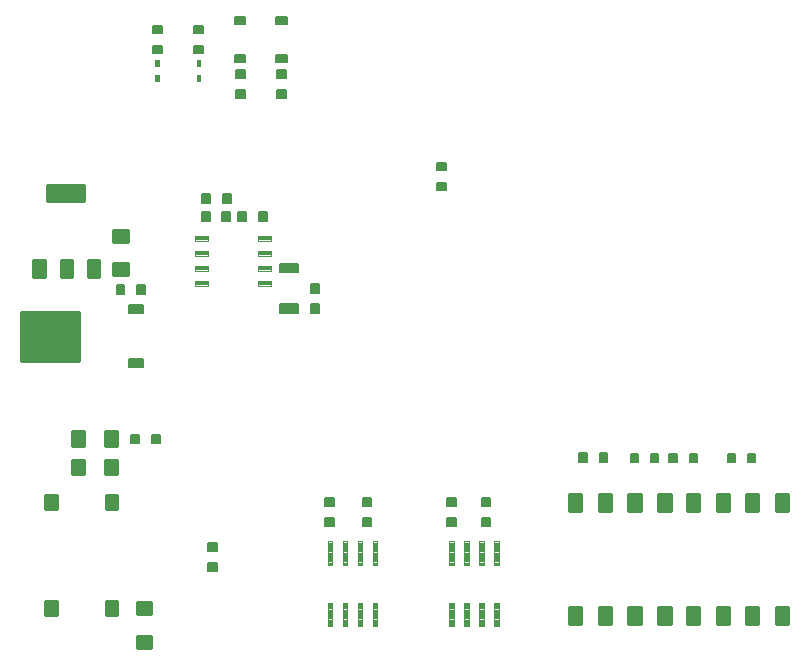
<source format=gtp>
G75*
%MOIN*%
%OFA0B0*%
%FSLAX24Y24*%
%IPPOS*%
%LPD*%
%AMOC8*
5,1,8,0,0,1.08239X$1,22.5*
%
%ADD10C,0.0066*%
%ADD11C,0.0038*%
%ADD12C,0.0069*%
%ADD13C,0.0063*%
%ADD14C,0.0155*%
%ADD15C,0.0101*%
%ADD16C,0.0094*%
%ADD17C,0.0126*%
%ADD18C,0.0057*%
%ADD19C,0.0031*%
D10*
X004987Y010262D02*
X005251Y010262D01*
X004987Y010262D02*
X004987Y010538D01*
X005251Y010538D01*
X005251Y010262D01*
X005251Y010327D02*
X004987Y010327D01*
X004987Y010392D02*
X005251Y010392D01*
X005251Y010457D02*
X004987Y010457D01*
X004987Y010522D02*
X005251Y010522D01*
X005676Y010262D02*
X005940Y010262D01*
X005676Y010262D02*
X005676Y010538D01*
X005940Y010538D01*
X005940Y010262D01*
X005940Y010327D02*
X005676Y010327D01*
X005676Y010392D02*
X005940Y010392D01*
X005940Y010457D02*
X005676Y010457D01*
X005676Y010522D02*
X005940Y010522D01*
X005448Y015233D02*
X005184Y015233D01*
X005184Y015509D01*
X005448Y015509D01*
X005448Y015233D01*
X005448Y015298D02*
X005184Y015298D01*
X005184Y015363D02*
X005448Y015363D01*
X005448Y015428D02*
X005184Y015428D01*
X005184Y015493D02*
X005448Y015493D01*
X004759Y015233D02*
X004495Y015233D01*
X004495Y015509D01*
X004759Y015509D01*
X004759Y015233D01*
X004759Y015298D02*
X004495Y015298D01*
X004495Y015363D02*
X004759Y015363D01*
X004759Y015428D02*
X004495Y015428D01*
X004495Y015493D02*
X004759Y015493D01*
X007343Y018266D02*
X007607Y018266D01*
X007343Y018266D02*
X007343Y018542D01*
X007607Y018542D01*
X007607Y018266D01*
X007607Y018331D02*
X007343Y018331D01*
X007343Y018396D02*
X007607Y018396D01*
X007607Y018461D02*
X007343Y018461D01*
X007343Y018526D02*
X007607Y018526D01*
X008032Y018266D02*
X008296Y018266D01*
X008032Y018266D02*
X008032Y018542D01*
X008296Y018542D01*
X008296Y018266D01*
X008296Y018331D02*
X008032Y018331D01*
X008032Y018396D02*
X008296Y018396D01*
X008296Y018461D02*
X008032Y018461D01*
X008032Y018526D02*
X008296Y018526D01*
X008544Y017672D02*
X008808Y017672D01*
X008544Y017672D02*
X008544Y017948D01*
X008808Y017948D01*
X008808Y017672D01*
X008808Y017737D02*
X008544Y017737D01*
X008544Y017802D02*
X008808Y017802D01*
X008808Y017867D02*
X008544Y017867D01*
X008544Y017932D02*
X008808Y017932D01*
X009233Y017672D02*
X009497Y017672D01*
X009233Y017672D02*
X009233Y017948D01*
X009497Y017948D01*
X009497Y017672D01*
X009497Y017737D02*
X009233Y017737D01*
X009233Y017802D02*
X009497Y017802D01*
X009497Y017867D02*
X009233Y017867D01*
X009233Y017932D02*
X009497Y017932D01*
D11*
X009631Y017154D02*
X009631Y017004D01*
X009205Y017004D01*
X009205Y017154D01*
X009631Y017154D01*
X009631Y017041D02*
X009205Y017041D01*
X009205Y017078D02*
X009631Y017078D01*
X009631Y017115D02*
X009205Y017115D01*
X009205Y017152D02*
X009631Y017152D01*
X009631Y016654D02*
X009631Y016504D01*
X009205Y016504D01*
X009205Y016654D01*
X009631Y016654D01*
X009631Y016541D02*
X009205Y016541D01*
X009205Y016578D02*
X009631Y016578D01*
X009631Y016615D02*
X009205Y016615D01*
X009205Y016652D02*
X009631Y016652D01*
X009631Y016154D02*
X009631Y016004D01*
X009205Y016004D01*
X009205Y016154D01*
X009631Y016154D01*
X009631Y016041D02*
X009205Y016041D01*
X009205Y016078D02*
X009631Y016078D01*
X009631Y016115D02*
X009205Y016115D01*
X009205Y016152D02*
X009631Y016152D01*
X009631Y015654D02*
X009631Y015504D01*
X009205Y015504D01*
X009205Y015654D01*
X009631Y015654D01*
X009631Y015541D02*
X009205Y015541D01*
X009205Y015578D02*
X009631Y015578D01*
X009631Y015615D02*
X009205Y015615D01*
X009205Y015652D02*
X009631Y015652D01*
X007544Y015654D02*
X007544Y015504D01*
X007118Y015504D01*
X007118Y015654D01*
X007544Y015654D01*
X007544Y015541D02*
X007118Y015541D01*
X007118Y015578D02*
X007544Y015578D01*
X007544Y015615D02*
X007118Y015615D01*
X007118Y015652D02*
X007544Y015652D01*
X007544Y016004D02*
X007544Y016154D01*
X007544Y016004D02*
X007118Y016004D01*
X007118Y016154D01*
X007544Y016154D01*
X007544Y016041D02*
X007118Y016041D01*
X007118Y016078D02*
X007544Y016078D01*
X007544Y016115D02*
X007118Y016115D01*
X007118Y016152D02*
X007544Y016152D01*
X007544Y016504D02*
X007544Y016654D01*
X007544Y016504D02*
X007118Y016504D01*
X007118Y016654D01*
X007544Y016654D01*
X007544Y016541D02*
X007118Y016541D01*
X007118Y016578D02*
X007544Y016578D01*
X007544Y016615D02*
X007118Y016615D01*
X007118Y016652D02*
X007544Y016652D01*
X007544Y017004D02*
X007544Y017154D01*
X007544Y017004D02*
X007118Y017004D01*
X007118Y017154D01*
X007544Y017154D01*
X007544Y017041D02*
X007118Y017041D01*
X007118Y017078D02*
X007544Y017078D01*
X007544Y017115D02*
X007118Y017115D01*
X007118Y017152D02*
X007544Y017152D01*
X011535Y006978D02*
X011685Y006978D01*
X011685Y006198D01*
X011535Y006198D01*
X011535Y006978D01*
X011535Y006235D02*
X011685Y006235D01*
X011685Y006272D02*
X011535Y006272D01*
X011535Y006309D02*
X011685Y006309D01*
X011685Y006346D02*
X011535Y006346D01*
X011535Y006383D02*
X011685Y006383D01*
X011685Y006420D02*
X011535Y006420D01*
X011535Y006457D02*
X011685Y006457D01*
X011685Y006494D02*
X011535Y006494D01*
X011535Y006531D02*
X011685Y006531D01*
X011685Y006568D02*
X011535Y006568D01*
X011535Y006605D02*
X011685Y006605D01*
X011685Y006642D02*
X011535Y006642D01*
X011535Y006679D02*
X011685Y006679D01*
X011685Y006716D02*
X011535Y006716D01*
X011535Y006753D02*
X011685Y006753D01*
X011685Y006790D02*
X011535Y006790D01*
X011535Y006827D02*
X011685Y006827D01*
X011685Y006864D02*
X011535Y006864D01*
X011535Y006901D02*
X011685Y006901D01*
X011685Y006938D02*
X011535Y006938D01*
X011535Y006975D02*
X011685Y006975D01*
X012035Y006978D02*
X012185Y006978D01*
X012185Y006198D01*
X012035Y006198D01*
X012035Y006978D01*
X012035Y006235D02*
X012185Y006235D01*
X012185Y006272D02*
X012035Y006272D01*
X012035Y006309D02*
X012185Y006309D01*
X012185Y006346D02*
X012035Y006346D01*
X012035Y006383D02*
X012185Y006383D01*
X012185Y006420D02*
X012035Y006420D01*
X012035Y006457D02*
X012185Y006457D01*
X012185Y006494D02*
X012035Y006494D01*
X012035Y006531D02*
X012185Y006531D01*
X012185Y006568D02*
X012035Y006568D01*
X012035Y006605D02*
X012185Y006605D01*
X012185Y006642D02*
X012035Y006642D01*
X012035Y006679D02*
X012185Y006679D01*
X012185Y006716D02*
X012035Y006716D01*
X012035Y006753D02*
X012185Y006753D01*
X012185Y006790D02*
X012035Y006790D01*
X012035Y006827D02*
X012185Y006827D01*
X012185Y006864D02*
X012035Y006864D01*
X012035Y006901D02*
X012185Y006901D01*
X012185Y006938D02*
X012035Y006938D01*
X012035Y006975D02*
X012185Y006975D01*
X012535Y006978D02*
X012685Y006978D01*
X012685Y006198D01*
X012535Y006198D01*
X012535Y006978D01*
X012535Y006235D02*
X012685Y006235D01*
X012685Y006272D02*
X012535Y006272D01*
X012535Y006309D02*
X012685Y006309D01*
X012685Y006346D02*
X012535Y006346D01*
X012535Y006383D02*
X012685Y006383D01*
X012685Y006420D02*
X012535Y006420D01*
X012535Y006457D02*
X012685Y006457D01*
X012685Y006494D02*
X012535Y006494D01*
X012535Y006531D02*
X012685Y006531D01*
X012685Y006568D02*
X012535Y006568D01*
X012535Y006605D02*
X012685Y006605D01*
X012685Y006642D02*
X012535Y006642D01*
X012535Y006679D02*
X012685Y006679D01*
X012685Y006716D02*
X012535Y006716D01*
X012535Y006753D02*
X012685Y006753D01*
X012685Y006790D02*
X012535Y006790D01*
X012535Y006827D02*
X012685Y006827D01*
X012685Y006864D02*
X012535Y006864D01*
X012535Y006901D02*
X012685Y006901D01*
X012685Y006938D02*
X012535Y006938D01*
X012535Y006975D02*
X012685Y006975D01*
X013035Y006978D02*
X013185Y006978D01*
X013185Y006198D01*
X013035Y006198D01*
X013035Y006978D01*
X013035Y006235D02*
X013185Y006235D01*
X013185Y006272D02*
X013035Y006272D01*
X013035Y006309D02*
X013185Y006309D01*
X013185Y006346D02*
X013035Y006346D01*
X013035Y006383D02*
X013185Y006383D01*
X013185Y006420D02*
X013035Y006420D01*
X013035Y006457D02*
X013185Y006457D01*
X013185Y006494D02*
X013035Y006494D01*
X013035Y006531D02*
X013185Y006531D01*
X013185Y006568D02*
X013035Y006568D01*
X013035Y006605D02*
X013185Y006605D01*
X013185Y006642D02*
X013035Y006642D01*
X013035Y006679D02*
X013185Y006679D01*
X013185Y006716D02*
X013035Y006716D01*
X013035Y006753D02*
X013185Y006753D01*
X013185Y006790D02*
X013035Y006790D01*
X013035Y006827D02*
X013185Y006827D01*
X013185Y006864D02*
X013035Y006864D01*
X013035Y006901D02*
X013185Y006901D01*
X013185Y006938D02*
X013035Y006938D01*
X013035Y006975D02*
X013185Y006975D01*
X013185Y004931D02*
X013035Y004931D01*
X013185Y004931D02*
X013185Y004151D01*
X013035Y004151D01*
X013035Y004931D01*
X013035Y004188D02*
X013185Y004188D01*
X013185Y004225D02*
X013035Y004225D01*
X013035Y004262D02*
X013185Y004262D01*
X013185Y004299D02*
X013035Y004299D01*
X013035Y004336D02*
X013185Y004336D01*
X013185Y004373D02*
X013035Y004373D01*
X013035Y004410D02*
X013185Y004410D01*
X013185Y004447D02*
X013035Y004447D01*
X013035Y004484D02*
X013185Y004484D01*
X013185Y004521D02*
X013035Y004521D01*
X013035Y004558D02*
X013185Y004558D01*
X013185Y004595D02*
X013035Y004595D01*
X013035Y004632D02*
X013185Y004632D01*
X013185Y004669D02*
X013035Y004669D01*
X013035Y004706D02*
X013185Y004706D01*
X013185Y004743D02*
X013035Y004743D01*
X013035Y004780D02*
X013185Y004780D01*
X013185Y004817D02*
X013035Y004817D01*
X013035Y004854D02*
X013185Y004854D01*
X013185Y004891D02*
X013035Y004891D01*
X013035Y004928D02*
X013185Y004928D01*
X012685Y004931D02*
X012535Y004931D01*
X012685Y004931D02*
X012685Y004151D01*
X012535Y004151D01*
X012535Y004931D01*
X012535Y004188D02*
X012685Y004188D01*
X012685Y004225D02*
X012535Y004225D01*
X012535Y004262D02*
X012685Y004262D01*
X012685Y004299D02*
X012535Y004299D01*
X012535Y004336D02*
X012685Y004336D01*
X012685Y004373D02*
X012535Y004373D01*
X012535Y004410D02*
X012685Y004410D01*
X012685Y004447D02*
X012535Y004447D01*
X012535Y004484D02*
X012685Y004484D01*
X012685Y004521D02*
X012535Y004521D01*
X012535Y004558D02*
X012685Y004558D01*
X012685Y004595D02*
X012535Y004595D01*
X012535Y004632D02*
X012685Y004632D01*
X012685Y004669D02*
X012535Y004669D01*
X012535Y004706D02*
X012685Y004706D01*
X012685Y004743D02*
X012535Y004743D01*
X012535Y004780D02*
X012685Y004780D01*
X012685Y004817D02*
X012535Y004817D01*
X012535Y004854D02*
X012685Y004854D01*
X012685Y004891D02*
X012535Y004891D01*
X012535Y004928D02*
X012685Y004928D01*
X012185Y004931D02*
X012035Y004931D01*
X012185Y004931D02*
X012185Y004151D01*
X012035Y004151D01*
X012035Y004931D01*
X012035Y004188D02*
X012185Y004188D01*
X012185Y004225D02*
X012035Y004225D01*
X012035Y004262D02*
X012185Y004262D01*
X012185Y004299D02*
X012035Y004299D01*
X012035Y004336D02*
X012185Y004336D01*
X012185Y004373D02*
X012035Y004373D01*
X012035Y004410D02*
X012185Y004410D01*
X012185Y004447D02*
X012035Y004447D01*
X012035Y004484D02*
X012185Y004484D01*
X012185Y004521D02*
X012035Y004521D01*
X012035Y004558D02*
X012185Y004558D01*
X012185Y004595D02*
X012035Y004595D01*
X012035Y004632D02*
X012185Y004632D01*
X012185Y004669D02*
X012035Y004669D01*
X012035Y004706D02*
X012185Y004706D01*
X012185Y004743D02*
X012035Y004743D01*
X012035Y004780D02*
X012185Y004780D01*
X012185Y004817D02*
X012035Y004817D01*
X012035Y004854D02*
X012185Y004854D01*
X012185Y004891D02*
X012035Y004891D01*
X012035Y004928D02*
X012185Y004928D01*
X011685Y004931D02*
X011535Y004931D01*
X011685Y004931D02*
X011685Y004151D01*
X011535Y004151D01*
X011535Y004931D01*
X011535Y004188D02*
X011685Y004188D01*
X011685Y004225D02*
X011535Y004225D01*
X011535Y004262D02*
X011685Y004262D01*
X011685Y004299D02*
X011535Y004299D01*
X011535Y004336D02*
X011685Y004336D01*
X011685Y004373D02*
X011535Y004373D01*
X011535Y004410D02*
X011685Y004410D01*
X011685Y004447D02*
X011535Y004447D01*
X011535Y004484D02*
X011685Y004484D01*
X011685Y004521D02*
X011535Y004521D01*
X011535Y004558D02*
X011685Y004558D01*
X011685Y004595D02*
X011535Y004595D01*
X011535Y004632D02*
X011685Y004632D01*
X011685Y004669D02*
X011535Y004669D01*
X011535Y004706D02*
X011685Y004706D01*
X011685Y004743D02*
X011535Y004743D01*
X011535Y004780D02*
X011685Y004780D01*
X011685Y004817D02*
X011535Y004817D01*
X011535Y004854D02*
X011685Y004854D01*
X011685Y004891D02*
X011535Y004891D01*
X011535Y004928D02*
X011685Y004928D01*
X015579Y004931D02*
X015729Y004931D01*
X015729Y004151D01*
X015579Y004151D01*
X015579Y004931D01*
X015579Y004188D02*
X015729Y004188D01*
X015729Y004225D02*
X015579Y004225D01*
X015579Y004262D02*
X015729Y004262D01*
X015729Y004299D02*
X015579Y004299D01*
X015579Y004336D02*
X015729Y004336D01*
X015729Y004373D02*
X015579Y004373D01*
X015579Y004410D02*
X015729Y004410D01*
X015729Y004447D02*
X015579Y004447D01*
X015579Y004484D02*
X015729Y004484D01*
X015729Y004521D02*
X015579Y004521D01*
X015579Y004558D02*
X015729Y004558D01*
X015729Y004595D02*
X015579Y004595D01*
X015579Y004632D02*
X015729Y004632D01*
X015729Y004669D02*
X015579Y004669D01*
X015579Y004706D02*
X015729Y004706D01*
X015729Y004743D02*
X015579Y004743D01*
X015579Y004780D02*
X015729Y004780D01*
X015729Y004817D02*
X015579Y004817D01*
X015579Y004854D02*
X015729Y004854D01*
X015729Y004891D02*
X015579Y004891D01*
X015579Y004928D02*
X015729Y004928D01*
X016079Y004931D02*
X016229Y004931D01*
X016229Y004151D01*
X016079Y004151D01*
X016079Y004931D01*
X016079Y004188D02*
X016229Y004188D01*
X016229Y004225D02*
X016079Y004225D01*
X016079Y004262D02*
X016229Y004262D01*
X016229Y004299D02*
X016079Y004299D01*
X016079Y004336D02*
X016229Y004336D01*
X016229Y004373D02*
X016079Y004373D01*
X016079Y004410D02*
X016229Y004410D01*
X016229Y004447D02*
X016079Y004447D01*
X016079Y004484D02*
X016229Y004484D01*
X016229Y004521D02*
X016079Y004521D01*
X016079Y004558D02*
X016229Y004558D01*
X016229Y004595D02*
X016079Y004595D01*
X016079Y004632D02*
X016229Y004632D01*
X016229Y004669D02*
X016079Y004669D01*
X016079Y004706D02*
X016229Y004706D01*
X016229Y004743D02*
X016079Y004743D01*
X016079Y004780D02*
X016229Y004780D01*
X016229Y004817D02*
X016079Y004817D01*
X016079Y004854D02*
X016229Y004854D01*
X016229Y004891D02*
X016079Y004891D01*
X016079Y004928D02*
X016229Y004928D01*
X016579Y004931D02*
X016729Y004931D01*
X016729Y004151D01*
X016579Y004151D01*
X016579Y004931D01*
X016579Y004188D02*
X016729Y004188D01*
X016729Y004225D02*
X016579Y004225D01*
X016579Y004262D02*
X016729Y004262D01*
X016729Y004299D02*
X016579Y004299D01*
X016579Y004336D02*
X016729Y004336D01*
X016729Y004373D02*
X016579Y004373D01*
X016579Y004410D02*
X016729Y004410D01*
X016729Y004447D02*
X016579Y004447D01*
X016579Y004484D02*
X016729Y004484D01*
X016729Y004521D02*
X016579Y004521D01*
X016579Y004558D02*
X016729Y004558D01*
X016729Y004595D02*
X016579Y004595D01*
X016579Y004632D02*
X016729Y004632D01*
X016729Y004669D02*
X016579Y004669D01*
X016579Y004706D02*
X016729Y004706D01*
X016729Y004743D02*
X016579Y004743D01*
X016579Y004780D02*
X016729Y004780D01*
X016729Y004817D02*
X016579Y004817D01*
X016579Y004854D02*
X016729Y004854D01*
X016729Y004891D02*
X016579Y004891D01*
X016579Y004928D02*
X016729Y004928D01*
X017079Y004931D02*
X017229Y004931D01*
X017229Y004151D01*
X017079Y004151D01*
X017079Y004931D01*
X017079Y004188D02*
X017229Y004188D01*
X017229Y004225D02*
X017079Y004225D01*
X017079Y004262D02*
X017229Y004262D01*
X017229Y004299D02*
X017079Y004299D01*
X017079Y004336D02*
X017229Y004336D01*
X017229Y004373D02*
X017079Y004373D01*
X017079Y004410D02*
X017229Y004410D01*
X017229Y004447D02*
X017079Y004447D01*
X017079Y004484D02*
X017229Y004484D01*
X017229Y004521D02*
X017079Y004521D01*
X017079Y004558D02*
X017229Y004558D01*
X017229Y004595D02*
X017079Y004595D01*
X017079Y004632D02*
X017229Y004632D01*
X017229Y004669D02*
X017079Y004669D01*
X017079Y004706D02*
X017229Y004706D01*
X017229Y004743D02*
X017079Y004743D01*
X017079Y004780D02*
X017229Y004780D01*
X017229Y004817D02*
X017079Y004817D01*
X017079Y004854D02*
X017229Y004854D01*
X017229Y004891D02*
X017079Y004891D01*
X017079Y004928D02*
X017229Y004928D01*
X017229Y006978D02*
X017079Y006978D01*
X017229Y006978D02*
X017229Y006198D01*
X017079Y006198D01*
X017079Y006978D01*
X017079Y006235D02*
X017229Y006235D01*
X017229Y006272D02*
X017079Y006272D01*
X017079Y006309D02*
X017229Y006309D01*
X017229Y006346D02*
X017079Y006346D01*
X017079Y006383D02*
X017229Y006383D01*
X017229Y006420D02*
X017079Y006420D01*
X017079Y006457D02*
X017229Y006457D01*
X017229Y006494D02*
X017079Y006494D01*
X017079Y006531D02*
X017229Y006531D01*
X017229Y006568D02*
X017079Y006568D01*
X017079Y006605D02*
X017229Y006605D01*
X017229Y006642D02*
X017079Y006642D01*
X017079Y006679D02*
X017229Y006679D01*
X017229Y006716D02*
X017079Y006716D01*
X017079Y006753D02*
X017229Y006753D01*
X017229Y006790D02*
X017079Y006790D01*
X017079Y006827D02*
X017229Y006827D01*
X017229Y006864D02*
X017079Y006864D01*
X017079Y006901D02*
X017229Y006901D01*
X017229Y006938D02*
X017079Y006938D01*
X017079Y006975D02*
X017229Y006975D01*
X016729Y006978D02*
X016579Y006978D01*
X016729Y006978D02*
X016729Y006198D01*
X016579Y006198D01*
X016579Y006978D01*
X016579Y006235D02*
X016729Y006235D01*
X016729Y006272D02*
X016579Y006272D01*
X016579Y006309D02*
X016729Y006309D01*
X016729Y006346D02*
X016579Y006346D01*
X016579Y006383D02*
X016729Y006383D01*
X016729Y006420D02*
X016579Y006420D01*
X016579Y006457D02*
X016729Y006457D01*
X016729Y006494D02*
X016579Y006494D01*
X016579Y006531D02*
X016729Y006531D01*
X016729Y006568D02*
X016579Y006568D01*
X016579Y006605D02*
X016729Y006605D01*
X016729Y006642D02*
X016579Y006642D01*
X016579Y006679D02*
X016729Y006679D01*
X016729Y006716D02*
X016579Y006716D01*
X016579Y006753D02*
X016729Y006753D01*
X016729Y006790D02*
X016579Y006790D01*
X016579Y006827D02*
X016729Y006827D01*
X016729Y006864D02*
X016579Y006864D01*
X016579Y006901D02*
X016729Y006901D01*
X016729Y006938D02*
X016579Y006938D01*
X016579Y006975D02*
X016729Y006975D01*
X016229Y006978D02*
X016079Y006978D01*
X016229Y006978D02*
X016229Y006198D01*
X016079Y006198D01*
X016079Y006978D01*
X016079Y006235D02*
X016229Y006235D01*
X016229Y006272D02*
X016079Y006272D01*
X016079Y006309D02*
X016229Y006309D01*
X016229Y006346D02*
X016079Y006346D01*
X016079Y006383D02*
X016229Y006383D01*
X016229Y006420D02*
X016079Y006420D01*
X016079Y006457D02*
X016229Y006457D01*
X016229Y006494D02*
X016079Y006494D01*
X016079Y006531D02*
X016229Y006531D01*
X016229Y006568D02*
X016079Y006568D01*
X016079Y006605D02*
X016229Y006605D01*
X016229Y006642D02*
X016079Y006642D01*
X016079Y006679D02*
X016229Y006679D01*
X016229Y006716D02*
X016079Y006716D01*
X016079Y006753D02*
X016229Y006753D01*
X016229Y006790D02*
X016079Y006790D01*
X016079Y006827D02*
X016229Y006827D01*
X016229Y006864D02*
X016079Y006864D01*
X016079Y006901D02*
X016229Y006901D01*
X016229Y006938D02*
X016079Y006938D01*
X016079Y006975D02*
X016229Y006975D01*
X015729Y006978D02*
X015579Y006978D01*
X015729Y006978D02*
X015729Y006198D01*
X015579Y006198D01*
X015579Y006978D01*
X015579Y006235D02*
X015729Y006235D01*
X015729Y006272D02*
X015579Y006272D01*
X015579Y006309D02*
X015729Y006309D01*
X015729Y006346D02*
X015579Y006346D01*
X015579Y006383D02*
X015729Y006383D01*
X015729Y006420D02*
X015579Y006420D01*
X015579Y006457D02*
X015729Y006457D01*
X015729Y006494D02*
X015579Y006494D01*
X015579Y006531D02*
X015729Y006531D01*
X015729Y006568D02*
X015579Y006568D01*
X015579Y006605D02*
X015729Y006605D01*
X015729Y006642D02*
X015579Y006642D01*
X015579Y006679D02*
X015729Y006679D01*
X015729Y006716D02*
X015579Y006716D01*
X015579Y006753D02*
X015729Y006753D01*
X015729Y006790D02*
X015579Y006790D01*
X015579Y006827D02*
X015729Y006827D01*
X015729Y006864D02*
X015579Y006864D01*
X015579Y006901D02*
X015729Y006901D01*
X015729Y006938D02*
X015579Y006938D01*
X015579Y006975D02*
X015729Y006975D01*
D12*
X009948Y014602D02*
X009948Y014880D01*
X010540Y014880D01*
X010540Y014602D01*
X009948Y014602D01*
X009948Y014670D02*
X010540Y014670D01*
X010540Y014738D02*
X009948Y014738D01*
X009948Y014806D02*
X010540Y014806D01*
X010540Y014874D02*
X009948Y014874D01*
X009947Y015941D02*
X009947Y016219D01*
X010539Y016219D01*
X010539Y015941D01*
X009947Y015941D01*
X009947Y016009D02*
X010539Y016009D01*
X010539Y016077D02*
X009947Y016077D01*
X009947Y016145D02*
X010539Y016145D01*
X010539Y016213D02*
X009947Y016213D01*
D13*
X011236Y015557D02*
X011236Y015265D01*
X010984Y015265D01*
X010984Y015557D01*
X011236Y015557D01*
X011236Y015327D02*
X010984Y015327D01*
X010984Y015389D02*
X011236Y015389D01*
X011236Y015451D02*
X010984Y015451D01*
X010984Y015513D02*
X011236Y015513D01*
X011236Y014888D02*
X011236Y014596D01*
X010984Y014596D01*
X010984Y014888D01*
X011236Y014888D01*
X011236Y014658D02*
X010984Y014658D01*
X010984Y014720D02*
X011236Y014720D01*
X011236Y014782D02*
X010984Y014782D01*
X010984Y014844D02*
X011236Y014844D01*
X008280Y017956D02*
X008028Y017956D01*
X008280Y017956D02*
X008280Y017664D01*
X008028Y017664D01*
X008028Y017956D01*
X008028Y017726D02*
X008280Y017726D01*
X008280Y017788D02*
X008028Y017788D01*
X008028Y017850D02*
X008280Y017850D01*
X008280Y017912D02*
X008028Y017912D01*
X007611Y017956D02*
X007359Y017956D01*
X007611Y017956D02*
X007611Y017664D01*
X007359Y017664D01*
X007359Y017956D01*
X007359Y017726D02*
X007611Y017726D01*
X007611Y017788D02*
X007359Y017788D01*
X007359Y017850D02*
X007611Y017850D01*
X007611Y017912D02*
X007359Y017912D01*
X005392Y014843D02*
X005392Y014591D01*
X004904Y014591D01*
X004904Y014843D01*
X005392Y014843D01*
X005392Y014653D02*
X004904Y014653D01*
X004904Y014715D02*
X005392Y014715D01*
X005392Y014777D02*
X004904Y014777D01*
X004904Y014839D02*
X005392Y014839D01*
X005392Y013048D02*
X005392Y012796D01*
X004904Y012796D01*
X004904Y013048D01*
X005392Y013048D01*
X005392Y012858D02*
X004904Y012858D01*
X004904Y012920D02*
X005392Y012920D01*
X005392Y012982D02*
X004904Y012982D01*
X004904Y013044D02*
X005392Y013044D01*
X011460Y008420D02*
X011460Y008168D01*
X011460Y008420D02*
X011752Y008420D01*
X011752Y008168D01*
X011460Y008168D01*
X011460Y008230D02*
X011752Y008230D01*
X011752Y008292D02*
X011460Y008292D01*
X011460Y008354D02*
X011752Y008354D01*
X011752Y008416D02*
X011460Y008416D01*
X011460Y007751D02*
X011460Y007499D01*
X011460Y007751D02*
X011752Y007751D01*
X011752Y007499D01*
X011460Y007499D01*
X011460Y007561D02*
X011752Y007561D01*
X011752Y007623D02*
X011460Y007623D01*
X011460Y007685D02*
X011752Y007685D01*
X011752Y007747D02*
X011460Y007747D01*
X012698Y007751D02*
X012698Y007499D01*
X012698Y007751D02*
X012990Y007751D01*
X012990Y007499D01*
X012698Y007499D01*
X012698Y007561D02*
X012990Y007561D01*
X012990Y007623D02*
X012698Y007623D01*
X012698Y007685D02*
X012990Y007685D01*
X012990Y007747D02*
X012698Y007747D01*
X012698Y008168D02*
X012698Y008420D01*
X012990Y008420D01*
X012990Y008168D01*
X012698Y008168D01*
X012698Y008230D02*
X012990Y008230D01*
X012990Y008292D02*
X012698Y008292D01*
X012698Y008354D02*
X012990Y008354D01*
X012990Y008416D02*
X012698Y008416D01*
X015509Y008420D02*
X015509Y008168D01*
X015509Y008420D02*
X015801Y008420D01*
X015801Y008168D01*
X015509Y008168D01*
X015509Y008230D02*
X015801Y008230D01*
X015801Y008292D02*
X015509Y008292D01*
X015509Y008354D02*
X015801Y008354D01*
X015801Y008416D02*
X015509Y008416D01*
X015509Y007751D02*
X015509Y007499D01*
X015509Y007751D02*
X015801Y007751D01*
X015801Y007499D01*
X015509Y007499D01*
X015509Y007561D02*
X015801Y007561D01*
X015801Y007623D02*
X015509Y007623D01*
X015509Y007685D02*
X015801Y007685D01*
X015801Y007747D02*
X015509Y007747D01*
X016665Y007751D02*
X016665Y007499D01*
X016665Y007751D02*
X016957Y007751D01*
X016957Y007499D01*
X016665Y007499D01*
X016665Y007561D02*
X016957Y007561D01*
X016957Y007623D02*
X016665Y007623D01*
X016665Y007685D02*
X016957Y007685D01*
X016957Y007747D02*
X016665Y007747D01*
X016665Y008168D02*
X016665Y008420D01*
X016957Y008420D01*
X016957Y008168D01*
X016665Y008168D01*
X016665Y008230D02*
X016957Y008230D01*
X016957Y008292D02*
X016665Y008292D01*
X016665Y008354D02*
X016957Y008354D01*
X016957Y008416D02*
X016665Y008416D01*
X019927Y009918D02*
X020179Y009918D01*
X020179Y009626D01*
X019927Y009626D01*
X019927Y009918D01*
X019927Y009688D02*
X020179Y009688D01*
X020179Y009750D02*
X019927Y009750D01*
X019927Y009812D02*
X020179Y009812D01*
X020179Y009874D02*
X019927Y009874D01*
X020596Y009918D02*
X020848Y009918D01*
X020848Y009626D01*
X020596Y009626D01*
X020596Y009918D01*
X020596Y009688D02*
X020848Y009688D01*
X020848Y009750D02*
X020596Y009750D01*
X020596Y009812D02*
X020848Y009812D01*
X020848Y009874D02*
X020596Y009874D01*
X021636Y009901D02*
X021888Y009901D01*
X021888Y009609D01*
X021636Y009609D01*
X021636Y009901D01*
X021636Y009671D02*
X021888Y009671D01*
X021888Y009733D02*
X021636Y009733D01*
X021636Y009795D02*
X021888Y009795D01*
X021888Y009857D02*
X021636Y009857D01*
X022306Y009901D02*
X022558Y009901D01*
X022558Y009609D01*
X022306Y009609D01*
X022306Y009901D01*
X022306Y009671D02*
X022558Y009671D01*
X022558Y009733D02*
X022306Y009733D01*
X022306Y009795D02*
X022558Y009795D01*
X022558Y009857D02*
X022306Y009857D01*
X022927Y009612D02*
X023179Y009612D01*
X022927Y009612D02*
X022927Y009904D01*
X023179Y009904D01*
X023179Y009612D01*
X023179Y009674D02*
X022927Y009674D01*
X022927Y009736D02*
X023179Y009736D01*
X023179Y009798D02*
X022927Y009798D01*
X022927Y009860D02*
X023179Y009860D01*
X023596Y009612D02*
X023848Y009612D01*
X023596Y009612D02*
X023596Y009904D01*
X023848Y009904D01*
X023848Y009612D01*
X023848Y009674D02*
X023596Y009674D01*
X023596Y009736D02*
X023848Y009736D01*
X023848Y009798D02*
X023596Y009798D01*
X023596Y009860D02*
X023848Y009860D01*
X024869Y009608D02*
X025121Y009608D01*
X024869Y009608D02*
X024869Y009900D01*
X025121Y009900D01*
X025121Y009608D01*
X025121Y009670D02*
X024869Y009670D01*
X024869Y009732D02*
X025121Y009732D01*
X025121Y009794D02*
X024869Y009794D01*
X024869Y009856D02*
X025121Y009856D01*
X025538Y009608D02*
X025790Y009608D01*
X025538Y009608D02*
X025538Y009900D01*
X025790Y009900D01*
X025790Y009608D01*
X025790Y009670D02*
X025538Y009670D01*
X025538Y009732D02*
X025790Y009732D01*
X025790Y009794D02*
X025538Y009794D01*
X025538Y009856D02*
X025790Y009856D01*
X015175Y018676D02*
X015175Y018928D01*
X015467Y018928D01*
X015467Y018676D01*
X015175Y018676D01*
X015175Y018738D02*
X015467Y018738D01*
X015467Y018800D02*
X015175Y018800D01*
X015175Y018862D02*
X015467Y018862D01*
X015467Y018924D02*
X015175Y018924D01*
X015175Y019345D02*
X015175Y019597D01*
X015467Y019597D01*
X015467Y019345D01*
X015175Y019345D01*
X015175Y019407D02*
X015467Y019407D01*
X015467Y019469D02*
X015175Y019469D01*
X015175Y019531D02*
X015467Y019531D01*
X015467Y019593D02*
X015175Y019593D01*
X009841Y021770D02*
X009841Y022022D01*
X010133Y022022D01*
X010133Y021770D01*
X009841Y021770D01*
X009841Y021832D02*
X010133Y021832D01*
X010133Y021894D02*
X009841Y021894D01*
X009841Y021956D02*
X010133Y021956D01*
X010133Y022018D02*
X009841Y022018D01*
X009841Y022440D02*
X009841Y022692D01*
X010133Y022692D01*
X010133Y022440D01*
X009841Y022440D01*
X009841Y022502D02*
X010133Y022502D01*
X010133Y022564D02*
X009841Y022564D01*
X009841Y022626D02*
X010133Y022626D01*
X010133Y022688D02*
X009841Y022688D01*
X008475Y022692D02*
X008475Y022440D01*
X008475Y022692D02*
X008767Y022692D01*
X008767Y022440D01*
X008475Y022440D01*
X008475Y022502D02*
X008767Y022502D01*
X008767Y022564D02*
X008475Y022564D01*
X008475Y022626D02*
X008767Y022626D01*
X008767Y022688D02*
X008475Y022688D01*
X008475Y022022D02*
X008475Y021770D01*
X008475Y022022D02*
X008767Y022022D01*
X008767Y021770D01*
X008475Y021770D01*
X008475Y021832D02*
X008767Y021832D01*
X008767Y021894D02*
X008475Y021894D01*
X008475Y021956D02*
X008767Y021956D01*
X008767Y022018D02*
X008475Y022018D01*
X007083Y023247D02*
X007083Y023499D01*
X007375Y023499D01*
X007375Y023247D01*
X007083Y023247D01*
X007083Y023309D02*
X007375Y023309D01*
X007375Y023371D02*
X007083Y023371D01*
X007083Y023433D02*
X007375Y023433D01*
X007375Y023495D02*
X007083Y023495D01*
X007083Y023916D02*
X007083Y024168D01*
X007375Y024168D01*
X007375Y023916D01*
X007083Y023916D01*
X007083Y023978D02*
X007375Y023978D01*
X007375Y024040D02*
X007083Y024040D01*
X007083Y024102D02*
X007375Y024102D01*
X007375Y024164D02*
X007083Y024164D01*
X005706Y024168D02*
X005706Y023916D01*
X005706Y024168D02*
X005998Y024168D01*
X005998Y023916D01*
X005706Y023916D01*
X005706Y023978D02*
X005998Y023978D01*
X005998Y024040D02*
X005706Y024040D01*
X005706Y024102D02*
X005998Y024102D01*
X005998Y024164D02*
X005706Y024164D01*
X005706Y023499D02*
X005706Y023247D01*
X005706Y023499D02*
X005998Y023499D01*
X005998Y023247D01*
X005706Y023247D01*
X005706Y023309D02*
X005998Y023309D01*
X005998Y023371D02*
X005706Y023371D01*
X005706Y023433D02*
X005998Y023433D01*
X005998Y023495D02*
X005706Y023495D01*
X007550Y006911D02*
X007550Y006659D01*
X007550Y006911D02*
X007842Y006911D01*
X007842Y006659D01*
X007550Y006659D01*
X007550Y006721D02*
X007842Y006721D01*
X007842Y006783D02*
X007550Y006783D01*
X007550Y006845D02*
X007842Y006845D01*
X007842Y006907D02*
X007550Y006907D01*
X007550Y006242D02*
X007550Y005990D01*
X007550Y006242D02*
X007842Y006242D01*
X007842Y005990D01*
X007550Y005990D01*
X007550Y006052D02*
X007842Y006052D01*
X007842Y006114D02*
X007550Y006114D01*
X007550Y006176D02*
X007842Y006176D01*
X007842Y006238D02*
X007550Y006238D01*
D14*
X003217Y013033D02*
X003217Y014605D01*
X003217Y013033D02*
X001331Y013033D01*
X001331Y014605D01*
X003217Y014605D01*
X003217Y013187D02*
X001331Y013187D01*
X001331Y013341D02*
X003217Y013341D01*
X003217Y013495D02*
X001331Y013495D01*
X001331Y013649D02*
X003217Y013649D01*
X003217Y013803D02*
X001331Y013803D01*
X001331Y013957D02*
X003217Y013957D01*
X003217Y014111D02*
X001331Y014111D01*
X001331Y014265D02*
X003217Y014265D01*
X003217Y014419D02*
X001331Y014419D01*
X001331Y014573D02*
X003217Y014573D01*
D15*
X004865Y015863D02*
X004865Y016267D01*
X004865Y015863D02*
X004383Y015863D01*
X004383Y016267D01*
X004865Y016267D01*
X004865Y015963D02*
X004383Y015963D01*
X004383Y016063D02*
X004865Y016063D01*
X004865Y016163D02*
X004383Y016163D01*
X004383Y016263D02*
X004865Y016263D01*
X004865Y016965D02*
X004865Y017369D01*
X004865Y016965D02*
X004383Y016965D01*
X004383Y017369D01*
X004865Y017369D01*
X004865Y017065D02*
X004383Y017065D01*
X004383Y017165D02*
X004865Y017165D01*
X004865Y017265D02*
X004383Y017265D01*
X004383Y017365D02*
X004865Y017365D01*
X004523Y010641D02*
X004119Y010641D01*
X004523Y010641D02*
X004523Y010159D01*
X004119Y010159D01*
X004119Y010641D01*
X004119Y010259D02*
X004523Y010259D01*
X004523Y010359D02*
X004119Y010359D01*
X004119Y010459D02*
X004523Y010459D01*
X004523Y010559D02*
X004119Y010559D01*
X003421Y010641D02*
X003017Y010641D01*
X003421Y010641D02*
X003421Y010159D01*
X003017Y010159D01*
X003017Y010641D01*
X003017Y010259D02*
X003421Y010259D01*
X003421Y010359D02*
X003017Y010359D01*
X003017Y010459D02*
X003421Y010459D01*
X003421Y010559D02*
X003017Y010559D01*
X003017Y009696D02*
X003421Y009696D01*
X003421Y009214D01*
X003017Y009214D01*
X003017Y009696D01*
X003017Y009314D02*
X003421Y009314D01*
X003421Y009414D02*
X003017Y009414D01*
X003017Y009514D02*
X003421Y009514D01*
X003421Y009614D02*
X003017Y009614D01*
X004119Y009696D02*
X004523Y009696D01*
X004523Y009214D01*
X004119Y009214D01*
X004119Y009696D01*
X004119Y009314D02*
X004523Y009314D01*
X004523Y009414D02*
X004119Y009414D01*
X004119Y009514D02*
X004523Y009514D01*
X004523Y009614D02*
X004119Y009614D01*
X005657Y004959D02*
X005657Y004555D01*
X005173Y004555D01*
X005173Y004959D01*
X005657Y004959D01*
X005657Y004655D02*
X005173Y004655D01*
X005173Y004755D02*
X005657Y004755D01*
X005657Y004855D02*
X005173Y004855D01*
X005173Y004955D02*
X005657Y004955D01*
X005657Y003840D02*
X005657Y003436D01*
X005173Y003436D01*
X005173Y003840D01*
X005657Y003840D01*
X005657Y003536D02*
X005173Y003536D01*
X005173Y003636D02*
X005657Y003636D01*
X005657Y003736D02*
X005173Y003736D01*
X005173Y003836D02*
X005657Y003836D01*
X019586Y004226D02*
X019990Y004226D01*
X019586Y004226D02*
X019586Y004786D01*
X019990Y004786D01*
X019990Y004226D01*
X019990Y004326D02*
X019586Y004326D01*
X019586Y004426D02*
X019990Y004426D01*
X019990Y004526D02*
X019586Y004526D01*
X019586Y004626D02*
X019990Y004626D01*
X019990Y004726D02*
X019586Y004726D01*
X020586Y004226D02*
X020990Y004226D01*
X020586Y004226D02*
X020586Y004786D01*
X020990Y004786D01*
X020990Y004226D01*
X020990Y004326D02*
X020586Y004326D01*
X020586Y004426D02*
X020990Y004426D01*
X020990Y004526D02*
X020586Y004526D01*
X020586Y004626D02*
X020990Y004626D01*
X020990Y004726D02*
X020586Y004726D01*
X021561Y004226D02*
X021965Y004226D01*
X021561Y004226D02*
X021561Y004786D01*
X021965Y004786D01*
X021965Y004226D01*
X021965Y004326D02*
X021561Y004326D01*
X021561Y004426D02*
X021965Y004426D01*
X021965Y004526D02*
X021561Y004526D01*
X021561Y004626D02*
X021965Y004626D01*
X021965Y004726D02*
X021561Y004726D01*
X022561Y004226D02*
X022965Y004226D01*
X022561Y004226D02*
X022561Y004786D01*
X022965Y004786D01*
X022965Y004226D01*
X022965Y004326D02*
X022561Y004326D01*
X022561Y004426D02*
X022965Y004426D01*
X022965Y004526D02*
X022561Y004526D01*
X022561Y004626D02*
X022965Y004626D01*
X022965Y004726D02*
X022561Y004726D01*
X023517Y004226D02*
X023921Y004226D01*
X023517Y004226D02*
X023517Y004786D01*
X023921Y004786D01*
X023921Y004226D01*
X023921Y004326D02*
X023517Y004326D01*
X023517Y004426D02*
X023921Y004426D01*
X023921Y004526D02*
X023517Y004526D01*
X023517Y004626D02*
X023921Y004626D01*
X023921Y004726D02*
X023517Y004726D01*
X024517Y004226D02*
X024921Y004226D01*
X024517Y004226D02*
X024517Y004786D01*
X024921Y004786D01*
X024921Y004226D01*
X024921Y004326D02*
X024517Y004326D01*
X024517Y004426D02*
X024921Y004426D01*
X024921Y004526D02*
X024517Y004526D01*
X024517Y004626D02*
X024921Y004626D01*
X024921Y004726D02*
X024517Y004726D01*
X025463Y004226D02*
X025867Y004226D01*
X025463Y004226D02*
X025463Y004786D01*
X025867Y004786D01*
X025867Y004226D01*
X025867Y004326D02*
X025463Y004326D01*
X025463Y004426D02*
X025867Y004426D01*
X025867Y004526D02*
X025463Y004526D01*
X025463Y004626D02*
X025867Y004626D01*
X025867Y004726D02*
X025463Y004726D01*
X026463Y004226D02*
X026867Y004226D01*
X026463Y004226D02*
X026463Y004786D01*
X026867Y004786D01*
X026867Y004226D01*
X026867Y004326D02*
X026463Y004326D01*
X026463Y004426D02*
X026867Y004426D01*
X026867Y004526D02*
X026463Y004526D01*
X026463Y004626D02*
X026867Y004626D01*
X026867Y004726D02*
X026463Y004726D01*
X026463Y008542D02*
X026867Y008542D01*
X026867Y007982D01*
X026463Y007982D01*
X026463Y008542D01*
X026463Y008082D02*
X026867Y008082D01*
X026867Y008182D02*
X026463Y008182D01*
X026463Y008282D02*
X026867Y008282D01*
X026867Y008382D02*
X026463Y008382D01*
X026463Y008482D02*
X026867Y008482D01*
X025867Y008542D02*
X025463Y008542D01*
X025867Y008542D02*
X025867Y007982D01*
X025463Y007982D01*
X025463Y008542D01*
X025463Y008082D02*
X025867Y008082D01*
X025867Y008182D02*
X025463Y008182D01*
X025463Y008282D02*
X025867Y008282D01*
X025867Y008382D02*
X025463Y008382D01*
X025463Y008482D02*
X025867Y008482D01*
X024921Y008542D02*
X024517Y008542D01*
X024921Y008542D02*
X024921Y007982D01*
X024517Y007982D01*
X024517Y008542D01*
X024517Y008082D02*
X024921Y008082D01*
X024921Y008182D02*
X024517Y008182D01*
X024517Y008282D02*
X024921Y008282D01*
X024921Y008382D02*
X024517Y008382D01*
X024517Y008482D02*
X024921Y008482D01*
X023921Y008542D02*
X023517Y008542D01*
X023921Y008542D02*
X023921Y007982D01*
X023517Y007982D01*
X023517Y008542D01*
X023517Y008082D02*
X023921Y008082D01*
X023921Y008182D02*
X023517Y008182D01*
X023517Y008282D02*
X023921Y008282D01*
X023921Y008382D02*
X023517Y008382D01*
X023517Y008482D02*
X023921Y008482D01*
X022965Y008542D02*
X022561Y008542D01*
X022965Y008542D02*
X022965Y007982D01*
X022561Y007982D01*
X022561Y008542D01*
X022561Y008082D02*
X022965Y008082D01*
X022965Y008182D02*
X022561Y008182D01*
X022561Y008282D02*
X022965Y008282D01*
X022965Y008382D02*
X022561Y008382D01*
X022561Y008482D02*
X022965Y008482D01*
X021965Y008542D02*
X021561Y008542D01*
X021965Y008542D02*
X021965Y007982D01*
X021561Y007982D01*
X021561Y008542D01*
X021561Y008082D02*
X021965Y008082D01*
X021965Y008182D02*
X021561Y008182D01*
X021561Y008282D02*
X021965Y008282D01*
X021965Y008382D02*
X021561Y008382D01*
X021561Y008482D02*
X021965Y008482D01*
X020990Y008542D02*
X020586Y008542D01*
X020990Y008542D02*
X020990Y007982D01*
X020586Y007982D01*
X020586Y008542D01*
X020586Y008082D02*
X020990Y008082D01*
X020990Y008182D02*
X020586Y008182D01*
X020586Y008282D02*
X020990Y008282D01*
X020990Y008382D02*
X020586Y008382D01*
X020586Y008482D02*
X020990Y008482D01*
X019990Y008542D02*
X019586Y008542D01*
X019990Y008542D02*
X019990Y007982D01*
X019586Y007982D01*
X019586Y008542D01*
X019586Y008082D02*
X019990Y008082D01*
X019990Y008182D02*
X019586Y008182D01*
X019586Y008282D02*
X019990Y008282D01*
X019990Y008382D02*
X019586Y008382D01*
X019586Y008482D02*
X019990Y008482D01*
D16*
X002503Y004524D02*
X002125Y004524D01*
X002125Y004980D01*
X002503Y004980D01*
X002503Y004524D01*
X002503Y004617D02*
X002125Y004617D01*
X002125Y004710D02*
X002503Y004710D01*
X002503Y004803D02*
X002125Y004803D01*
X002125Y004896D02*
X002503Y004896D01*
X004132Y004524D02*
X004510Y004524D01*
X004132Y004524D02*
X004132Y004980D01*
X004510Y004980D01*
X004510Y004524D01*
X004510Y004617D02*
X004132Y004617D01*
X004132Y004710D02*
X004510Y004710D01*
X004510Y004803D02*
X004132Y004803D01*
X004132Y004896D02*
X004510Y004896D01*
X004510Y008523D02*
X004132Y008523D01*
X004510Y008523D02*
X004510Y008067D01*
X004132Y008067D01*
X004132Y008523D01*
X004132Y008160D02*
X004510Y008160D01*
X004510Y008253D02*
X004132Y008253D01*
X004132Y008346D02*
X004510Y008346D01*
X004510Y008439D02*
X004132Y008439D01*
X002503Y008523D02*
X002125Y008523D01*
X002503Y008523D02*
X002503Y008067D01*
X002125Y008067D01*
X002125Y008523D01*
X002125Y008160D02*
X002503Y008160D01*
X002503Y008253D02*
X002125Y008253D01*
X002125Y008346D02*
X002503Y008346D01*
X002503Y008439D02*
X002125Y008439D01*
X002102Y015795D02*
X001724Y015795D01*
X001724Y016369D01*
X002102Y016369D01*
X002102Y015795D01*
X002102Y015888D02*
X001724Y015888D01*
X001724Y015981D02*
X002102Y015981D01*
X002102Y016074D02*
X001724Y016074D01*
X001724Y016167D02*
X002102Y016167D01*
X002102Y016260D02*
X001724Y016260D01*
X001724Y016353D02*
X002102Y016353D01*
X002629Y015795D02*
X003007Y015795D01*
X002629Y015795D02*
X002629Y016369D01*
X003007Y016369D01*
X003007Y015795D01*
X003007Y015888D02*
X002629Y015888D01*
X002629Y015981D02*
X003007Y015981D01*
X003007Y016074D02*
X002629Y016074D01*
X002629Y016167D02*
X003007Y016167D01*
X003007Y016260D02*
X002629Y016260D01*
X002629Y016353D02*
X003007Y016353D01*
X003535Y015795D02*
X003913Y015795D01*
X003535Y015795D02*
X003535Y016369D01*
X003913Y016369D01*
X003913Y015795D01*
X003913Y015888D02*
X003535Y015888D01*
X003535Y015981D02*
X003913Y015981D01*
X003913Y016074D02*
X003535Y016074D01*
X003535Y016167D02*
X003913Y016167D01*
X003913Y016260D02*
X003535Y016260D01*
X003535Y016353D02*
X003913Y016353D01*
D17*
X003424Y018311D02*
X002212Y018311D01*
X002212Y018815D01*
X003424Y018815D01*
X003424Y018311D01*
X003424Y018436D02*
X002212Y018436D01*
X002212Y018561D02*
X003424Y018561D01*
X003424Y018686D02*
X002212Y018686D01*
X002212Y018811D02*
X003424Y018811D01*
D18*
X008437Y022952D02*
X008437Y023182D01*
X008789Y023182D01*
X008789Y022952D01*
X008437Y022952D01*
X008437Y023008D02*
X008789Y023008D01*
X008789Y023064D02*
X008437Y023064D01*
X008437Y023120D02*
X008789Y023120D01*
X008789Y023176D02*
X008437Y023176D01*
X008789Y024232D02*
X008789Y024462D01*
X008789Y024232D02*
X008437Y024232D01*
X008437Y024462D01*
X008789Y024462D01*
X008789Y024288D02*
X008437Y024288D01*
X008437Y024344D02*
X008789Y024344D01*
X008789Y024400D02*
X008437Y024400D01*
X008437Y024456D02*
X008789Y024456D01*
X010165Y024462D02*
X010165Y024232D01*
X009813Y024232D01*
X009813Y024462D01*
X010165Y024462D01*
X010165Y024288D02*
X009813Y024288D01*
X009813Y024344D02*
X010165Y024344D01*
X010165Y024400D02*
X009813Y024400D01*
X009813Y024456D02*
X010165Y024456D01*
X009813Y023182D02*
X009813Y022952D01*
X009813Y023182D02*
X010165Y023182D01*
X010165Y022952D01*
X009813Y022952D01*
X009813Y023008D02*
X010165Y023008D01*
X010165Y023064D02*
X009813Y023064D01*
X009813Y023120D02*
X010165Y023120D01*
X010165Y023176D02*
X009813Y023176D01*
D19*
X007166Y023035D02*
X007166Y022829D01*
X007166Y023035D02*
X007292Y023035D01*
X007292Y022829D01*
X007166Y022829D01*
X007166Y022859D02*
X007292Y022859D01*
X007292Y022889D02*
X007166Y022889D01*
X007166Y022919D02*
X007292Y022919D01*
X007292Y022949D02*
X007166Y022949D01*
X007166Y022979D02*
X007292Y022979D01*
X007292Y023009D02*
X007166Y023009D01*
X007166Y022523D02*
X007166Y022317D01*
X007166Y022523D02*
X007292Y022523D01*
X007292Y022317D01*
X007166Y022317D01*
X007166Y022347D02*
X007292Y022347D01*
X007292Y022377D02*
X007166Y022377D01*
X007166Y022407D02*
X007292Y022407D01*
X007292Y022437D02*
X007166Y022437D01*
X007166Y022467D02*
X007292Y022467D01*
X007292Y022497D02*
X007166Y022497D01*
X005789Y022523D02*
X005789Y022317D01*
X005789Y022523D02*
X005915Y022523D01*
X005915Y022317D01*
X005789Y022317D01*
X005789Y022347D02*
X005915Y022347D01*
X005915Y022377D02*
X005789Y022377D01*
X005789Y022407D02*
X005915Y022407D01*
X005915Y022437D02*
X005789Y022437D01*
X005789Y022467D02*
X005915Y022467D01*
X005915Y022497D02*
X005789Y022497D01*
X005789Y022829D02*
X005789Y023035D01*
X005915Y023035D01*
X005915Y022829D01*
X005789Y022829D01*
X005789Y022859D02*
X005915Y022859D01*
X005915Y022889D02*
X005789Y022889D01*
X005789Y022919D02*
X005915Y022919D01*
X005915Y022949D02*
X005789Y022949D01*
X005789Y022979D02*
X005915Y022979D01*
X005915Y023009D02*
X005789Y023009D01*
M02*

</source>
